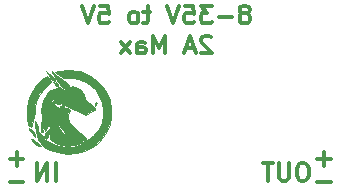
<source format=gbo>
G04 #@! TF.GenerationSoftware,KiCad,Pcbnew,(5.0.0)*
G04 #@! TF.CreationDate,2019-06-11T23:30:22+02:00*
G04 #@! TF.ProjectId,5v-step-down,35762D737465702D646F776E2E6B6963,rev?*
G04 #@! TF.SameCoordinates,Original*
G04 #@! TF.FileFunction,Legend,Bot*
G04 #@! TF.FilePolarity,Positive*
%FSLAX46Y46*%
G04 Gerber Fmt 4.6, Leading zero omitted, Abs format (unit mm)*
G04 Created by KiCad (PCBNEW (5.0.0)) date 06/11/19 23:30:22*
%MOMM*%
%LPD*%
G01*
G04 APERTURE LIST*
%ADD10C,0.300000*%
%ADD11C,0.010000*%
%ADD12C,0.150000*%
G04 APERTURE END LIST*
D10*
X111100714Y-67266428D02*
X111029285Y-67195000D01*
X110886428Y-67123571D01*
X110529285Y-67123571D01*
X110386428Y-67195000D01*
X110315000Y-67266428D01*
X110243571Y-67409285D01*
X110243571Y-67552142D01*
X110315000Y-67766428D01*
X111172142Y-68623571D01*
X110243571Y-68623571D01*
X109672142Y-68195000D02*
X108957857Y-68195000D01*
X109815000Y-68623571D02*
X109315000Y-67123571D01*
X108815000Y-68623571D01*
X107172142Y-68623571D02*
X107172142Y-67123571D01*
X106672142Y-68195000D01*
X106172142Y-67123571D01*
X106172142Y-68623571D01*
X104815000Y-68623571D02*
X104815000Y-67837857D01*
X104886428Y-67695000D01*
X105029285Y-67623571D01*
X105315000Y-67623571D01*
X105457857Y-67695000D01*
X104815000Y-68552142D02*
X104957857Y-68623571D01*
X105315000Y-68623571D01*
X105457857Y-68552142D01*
X105529285Y-68409285D01*
X105529285Y-68266428D01*
X105457857Y-68123571D01*
X105315000Y-68052142D01*
X104957857Y-68052142D01*
X104815000Y-67980714D01*
X104243571Y-68623571D02*
X103457857Y-67623571D01*
X104243571Y-67623571D02*
X103457857Y-68623571D01*
X114065000Y-65226428D02*
X114207857Y-65155000D01*
X114279285Y-65083571D01*
X114350714Y-64940714D01*
X114350714Y-64869285D01*
X114279285Y-64726428D01*
X114207857Y-64655000D01*
X114065000Y-64583571D01*
X113779285Y-64583571D01*
X113636428Y-64655000D01*
X113565000Y-64726428D01*
X113493571Y-64869285D01*
X113493571Y-64940714D01*
X113565000Y-65083571D01*
X113636428Y-65155000D01*
X113779285Y-65226428D01*
X114065000Y-65226428D01*
X114207857Y-65297857D01*
X114279285Y-65369285D01*
X114350714Y-65512142D01*
X114350714Y-65797857D01*
X114279285Y-65940714D01*
X114207857Y-66012142D01*
X114065000Y-66083571D01*
X113779285Y-66083571D01*
X113636428Y-66012142D01*
X113565000Y-65940714D01*
X113493571Y-65797857D01*
X113493571Y-65512142D01*
X113565000Y-65369285D01*
X113636428Y-65297857D01*
X113779285Y-65226428D01*
X112850714Y-65512142D02*
X111707857Y-65512142D01*
X111136428Y-64583571D02*
X110207857Y-64583571D01*
X110707857Y-65155000D01*
X110493571Y-65155000D01*
X110350714Y-65226428D01*
X110279285Y-65297857D01*
X110207857Y-65440714D01*
X110207857Y-65797857D01*
X110279285Y-65940714D01*
X110350714Y-66012142D01*
X110493571Y-66083571D01*
X110922142Y-66083571D01*
X111065000Y-66012142D01*
X111136428Y-65940714D01*
X108850714Y-64583571D02*
X109565000Y-64583571D01*
X109636428Y-65297857D01*
X109565000Y-65226428D01*
X109422142Y-65155000D01*
X109065000Y-65155000D01*
X108922142Y-65226428D01*
X108850714Y-65297857D01*
X108779285Y-65440714D01*
X108779285Y-65797857D01*
X108850714Y-65940714D01*
X108922142Y-66012142D01*
X109065000Y-66083571D01*
X109422142Y-66083571D01*
X109565000Y-66012142D01*
X109636428Y-65940714D01*
X108350714Y-64583571D02*
X107850714Y-66083571D01*
X107350714Y-64583571D01*
X105922142Y-65083571D02*
X105350714Y-65083571D01*
X105707857Y-64583571D02*
X105707857Y-65869285D01*
X105636428Y-66012142D01*
X105493571Y-66083571D01*
X105350714Y-66083571D01*
X104636428Y-66083571D02*
X104779285Y-66012142D01*
X104850714Y-65940714D01*
X104922142Y-65797857D01*
X104922142Y-65369285D01*
X104850714Y-65226428D01*
X104779285Y-65155000D01*
X104636428Y-65083571D01*
X104422142Y-65083571D01*
X104279285Y-65155000D01*
X104207857Y-65226428D01*
X104136428Y-65369285D01*
X104136428Y-65797857D01*
X104207857Y-65940714D01*
X104279285Y-66012142D01*
X104422142Y-66083571D01*
X104636428Y-66083571D01*
X101636428Y-64583571D02*
X102350714Y-64583571D01*
X102422142Y-65297857D01*
X102350714Y-65226428D01*
X102207857Y-65155000D01*
X101850714Y-65155000D01*
X101707857Y-65226428D01*
X101636428Y-65297857D01*
X101565000Y-65440714D01*
X101565000Y-65797857D01*
X101636428Y-65940714D01*
X101707857Y-66012142D01*
X101850714Y-66083571D01*
X102207857Y-66083571D01*
X102350714Y-66012142D01*
X102422142Y-65940714D01*
X101136428Y-64583571D02*
X100636428Y-66083571D01*
X100136428Y-64583571D01*
X97940714Y-79418571D02*
X97940714Y-77918571D01*
X97226428Y-79418571D02*
X97226428Y-77918571D01*
X96369285Y-79418571D01*
X96369285Y-77918571D01*
X118975000Y-77918571D02*
X118689285Y-77918571D01*
X118546428Y-77990000D01*
X118403571Y-78132857D01*
X118332142Y-78418571D01*
X118332142Y-78918571D01*
X118403571Y-79204285D01*
X118546428Y-79347142D01*
X118689285Y-79418571D01*
X118975000Y-79418571D01*
X119117857Y-79347142D01*
X119260714Y-79204285D01*
X119332142Y-78918571D01*
X119332142Y-78418571D01*
X119260714Y-78132857D01*
X119117857Y-77990000D01*
X118975000Y-77918571D01*
X117689285Y-77918571D02*
X117689285Y-79132857D01*
X117617857Y-79275714D01*
X117546428Y-79347142D01*
X117403571Y-79418571D01*
X117117857Y-79418571D01*
X116975000Y-79347142D01*
X116903571Y-79275714D01*
X116832142Y-79132857D01*
X116832142Y-77918571D01*
X116332142Y-77918571D02*
X115475000Y-77918571D01*
X115903571Y-79418571D02*
X115903571Y-77918571D01*
X120078571Y-77577142D02*
X121221428Y-77577142D01*
X120650000Y-78148571D02*
X120650000Y-77005714D01*
X94043571Y-77577142D02*
X95186428Y-77577142D01*
X94615000Y-78148571D02*
X94615000Y-77005714D01*
X94043571Y-79482142D02*
X95186428Y-79482142D01*
X120078571Y-79482142D02*
X121221428Y-79482142D01*
D11*
G04 #@! TO.C,*
G36*
X97259670Y-70330344D02*
X97427638Y-70593277D01*
X97539291Y-70754031D01*
X97614886Y-70834220D01*
X97674678Y-70855457D01*
X97737269Y-70839976D01*
X97817873Y-70819976D01*
X97791091Y-70876992D01*
X97759254Y-70917148D01*
X97707787Y-71014437D01*
X97736764Y-71039943D01*
X97842986Y-70986274D01*
X97863630Y-70959898D01*
X97857452Y-70841756D01*
X97751386Y-70669675D01*
X97566098Y-70471285D01*
X97384935Y-70319858D01*
X97133267Y-70130201D01*
X97259670Y-70330344D01*
X97259670Y-70330344D01*
G37*
X97259670Y-70330344D02*
X97427638Y-70593277D01*
X97539291Y-70754031D01*
X97614886Y-70834220D01*
X97674678Y-70855457D01*
X97737269Y-70839976D01*
X97817873Y-70819976D01*
X97791091Y-70876992D01*
X97759254Y-70917148D01*
X97707787Y-71014437D01*
X97736764Y-71039943D01*
X97842986Y-70986274D01*
X97863630Y-70959898D01*
X97857452Y-70841756D01*
X97751386Y-70669675D01*
X97566098Y-70471285D01*
X97384935Y-70319858D01*
X97133267Y-70130201D01*
X97259670Y-70330344D01*
G36*
X97871812Y-71081541D02*
X97796980Y-71139160D01*
X97831400Y-71244579D01*
X97843682Y-71264753D01*
X97963273Y-71381606D01*
X98085248Y-71395343D01*
X98139508Y-71348453D01*
X98134431Y-71242908D01*
X98046061Y-71135028D01*
X97926261Y-71076522D01*
X97871812Y-71081541D01*
X97871812Y-71081541D01*
G37*
X97871812Y-71081541D02*
X97796980Y-71139160D01*
X97831400Y-71244579D01*
X97843682Y-71264753D01*
X97963273Y-71381606D01*
X98085248Y-71395343D01*
X98139508Y-71348453D01*
X98134431Y-71242908D01*
X98046061Y-71135028D01*
X97926261Y-71076522D01*
X97871812Y-71081541D01*
G36*
X97568818Y-70105146D02*
X97593538Y-70174442D01*
X97683482Y-70339349D01*
X97823804Y-70573926D01*
X97970576Y-70807126D01*
X98207803Y-71157139D01*
X98404204Y-71394706D01*
X98581775Y-71538681D01*
X98762515Y-71607921D01*
X98921463Y-71622178D01*
X99059891Y-71572032D01*
X99107500Y-71510298D01*
X99089115Y-71363416D01*
X98947604Y-71181196D01*
X98696137Y-70979389D01*
X98623323Y-70931344D01*
X98434533Y-70796066D01*
X98195346Y-70604791D01*
X97983668Y-70422034D01*
X97791412Y-70256144D01*
X97644068Y-70142696D01*
X97570909Y-70104052D01*
X97568818Y-70105146D01*
X97568818Y-70105146D01*
G37*
X97568818Y-70105146D02*
X97593538Y-70174442D01*
X97683482Y-70339349D01*
X97823804Y-70573926D01*
X97970576Y-70807126D01*
X98207803Y-71157139D01*
X98404204Y-71394706D01*
X98581775Y-71538681D01*
X98762515Y-71607921D01*
X98921463Y-71622178D01*
X99059891Y-71572032D01*
X99107500Y-71510298D01*
X99089115Y-71363416D01*
X98947604Y-71181196D01*
X98696137Y-70979389D01*
X98623323Y-70931344D01*
X98434533Y-70796066D01*
X98195346Y-70604791D01*
X97983668Y-70422034D01*
X97791412Y-70256144D01*
X97644068Y-70142696D01*
X97570909Y-70104052D01*
X97568818Y-70105146D01*
G36*
X97800801Y-72656796D02*
X97708418Y-72679609D01*
X97723517Y-72719059D01*
X97857207Y-72798021D01*
X97873721Y-72806925D01*
X98104457Y-72911594D01*
X98230723Y-72920074D01*
X98259427Y-72861988D01*
X98196475Y-72766621D01*
X98046382Y-72688305D01*
X97867287Y-72653052D01*
X97800801Y-72656796D01*
X97800801Y-72656796D01*
G37*
X97800801Y-72656796D02*
X97708418Y-72679609D01*
X97723517Y-72719059D01*
X97857207Y-72798021D01*
X97873721Y-72806925D01*
X98104457Y-72911594D01*
X98230723Y-72920074D01*
X98259427Y-72861988D01*
X98196475Y-72766621D01*
X98046382Y-72688305D01*
X97867287Y-72653052D01*
X97800801Y-72656796D01*
G36*
X101260311Y-72859363D02*
X101216454Y-72985445D01*
X101239631Y-73039059D01*
X101309348Y-73013651D01*
X101353955Y-72927779D01*
X101382229Y-72781066D01*
X101346218Y-72755707D01*
X101260311Y-72859363D01*
X101260311Y-72859363D01*
G37*
X101260311Y-72859363D02*
X101216454Y-72985445D01*
X101239631Y-73039059D01*
X101309348Y-73013651D01*
X101353955Y-72927779D01*
X101382229Y-72781066D01*
X101346218Y-72755707D01*
X101260311Y-72859363D01*
G36*
X98366951Y-73031212D02*
X98295816Y-73077765D01*
X98321240Y-73132055D01*
X98432785Y-73150545D01*
X98588579Y-73124318D01*
X98659713Y-73077765D01*
X98634289Y-73023476D01*
X98522745Y-73004986D01*
X98366951Y-73031212D01*
X98366951Y-73031212D01*
G37*
X98366951Y-73031212D02*
X98295816Y-73077765D01*
X98321240Y-73132055D01*
X98432785Y-73150545D01*
X98588579Y-73124318D01*
X98659713Y-73077765D01*
X98634289Y-73023476D01*
X98522745Y-73004986D01*
X98366951Y-73031212D01*
G36*
X97073968Y-70580499D02*
X96885854Y-70712343D01*
X96664080Y-70898735D01*
X96439983Y-71112391D01*
X96244900Y-71326025D01*
X96163865Y-71430079D01*
X95808224Y-72035132D01*
X95571986Y-72682001D01*
X95461891Y-73344395D01*
X95484679Y-73996023D01*
X95492656Y-74048207D01*
X95530891Y-74290646D01*
X95557472Y-74472281D01*
X95566040Y-74546349D01*
X95616655Y-74638158D01*
X95725489Y-74749988D01*
X95830078Y-74820482D01*
X95849182Y-74824470D01*
X95888284Y-74758656D01*
X95944153Y-74583931D01*
X96006323Y-74334373D01*
X96022440Y-74260430D01*
X96087882Y-73908820D01*
X96143209Y-73536320D01*
X96175519Y-73233827D01*
X96289320Y-72658772D01*
X96541963Y-72117965D01*
X96929034Y-71619862D01*
X97109529Y-71444372D01*
X97555171Y-71041089D01*
X97417683Y-70785788D01*
X97311322Y-70623642D01*
X97216591Y-70535701D01*
X97197082Y-70530488D01*
X97073968Y-70580499D01*
X97073968Y-70580499D01*
G37*
X97073968Y-70580499D02*
X96885854Y-70712343D01*
X96664080Y-70898735D01*
X96439983Y-71112391D01*
X96244900Y-71326025D01*
X96163865Y-71430079D01*
X95808224Y-72035132D01*
X95571986Y-72682001D01*
X95461891Y-73344395D01*
X95484679Y-73996023D01*
X95492656Y-74048207D01*
X95530891Y-74290646D01*
X95557472Y-74472281D01*
X95566040Y-74546349D01*
X95616655Y-74638158D01*
X95725489Y-74749988D01*
X95830078Y-74820482D01*
X95849182Y-74824470D01*
X95888284Y-74758656D01*
X95944153Y-74583931D01*
X96006323Y-74334373D01*
X96022440Y-74260430D01*
X96087882Y-73908820D01*
X96143209Y-73536320D01*
X96175519Y-73233827D01*
X96289320Y-72658772D01*
X96541963Y-72117965D01*
X96929034Y-71619862D01*
X97109529Y-71444372D01*
X97555171Y-71041089D01*
X97417683Y-70785788D01*
X97311322Y-70623642D01*
X97216591Y-70535701D01*
X97197082Y-70530488D01*
X97073968Y-70580499D01*
G36*
X96713785Y-74642654D02*
X96687758Y-74893787D01*
X96662458Y-75093380D01*
X96647454Y-75179270D01*
X96656096Y-75287339D01*
X96730216Y-75306819D01*
X96824002Y-75242940D01*
X96876171Y-75153155D01*
X96934843Y-74938517D01*
X96926307Y-74730938D01*
X96847723Y-74464270D01*
X96846438Y-74460706D01*
X96754552Y-74206110D01*
X96713785Y-74642654D01*
X96713785Y-74642654D01*
G37*
X96713785Y-74642654D02*
X96687758Y-74893787D01*
X96662458Y-75093380D01*
X96647454Y-75179270D01*
X96656096Y-75287339D01*
X96730216Y-75306819D01*
X96824002Y-75242940D01*
X96876171Y-75153155D01*
X96934843Y-74938517D01*
X96926307Y-74730938D01*
X96847723Y-74464270D01*
X96846438Y-74460706D01*
X96754552Y-74206110D01*
X96713785Y-74642654D01*
G36*
X95681418Y-75004522D02*
X95686596Y-75025733D01*
X95758393Y-75170013D01*
X95894712Y-75360318D01*
X95977835Y-75457983D01*
X96120917Y-75610516D01*
X96187591Y-75660548D01*
X96195818Y-75616406D01*
X96181231Y-75552264D01*
X96102168Y-75390028D01*
X95958279Y-75195081D01*
X95889991Y-75120014D01*
X95747576Y-74981820D01*
X95683642Y-74945915D01*
X95681418Y-75004522D01*
X95681418Y-75004522D01*
G37*
X95681418Y-75004522D02*
X95686596Y-75025733D01*
X95758393Y-75170013D01*
X95894712Y-75360318D01*
X95977835Y-75457983D01*
X96120917Y-75610516D01*
X96187591Y-75660548D01*
X96195818Y-75616406D01*
X96181231Y-75552264D01*
X96102168Y-75390028D01*
X95958279Y-75195081D01*
X95889991Y-75120014D01*
X95747576Y-74981820D01*
X95683642Y-74945915D01*
X95681418Y-75004522D01*
G36*
X97126609Y-75283752D02*
X96996632Y-75527248D01*
X96971884Y-75710598D01*
X97054103Y-75816660D01*
X97071834Y-75823578D01*
X97168900Y-75790716D01*
X97235588Y-75707030D01*
X97287817Y-75537248D01*
X97312906Y-75313797D01*
X97313295Y-75285426D01*
X97313295Y-75009019D01*
X97126609Y-75283752D01*
X97126609Y-75283752D01*
G37*
X97126609Y-75283752D02*
X96996632Y-75527248D01*
X96971884Y-75710598D01*
X97054103Y-75816660D01*
X97071834Y-75823578D01*
X97168900Y-75790716D01*
X97235588Y-75707030D01*
X97287817Y-75537248D01*
X97312906Y-75313797D01*
X97313295Y-75285426D01*
X97313295Y-75009019D01*
X97126609Y-75283752D01*
G36*
X99226545Y-71425969D02*
X99239972Y-71473422D01*
X99218448Y-71558263D01*
X99113995Y-71653725D01*
X98950870Y-71723355D01*
X98757324Y-71710765D01*
X98682877Y-71692066D01*
X98486926Y-71618454D01*
X98349938Y-71532809D01*
X98338985Y-71521177D01*
X98213243Y-71474256D01*
X98010430Y-71506155D01*
X97765818Y-71603143D01*
X97514679Y-71751487D01*
X97306548Y-71923135D01*
X97068442Y-72236082D01*
X96886607Y-72628035D01*
X96767988Y-73061303D01*
X96719527Y-73498190D01*
X96748167Y-73901005D01*
X96860852Y-74232052D01*
X96876346Y-74258671D01*
X96992687Y-74565859D01*
X97024484Y-74860860D01*
X97028602Y-75070784D01*
X97043734Y-75153439D01*
X97080622Y-75127117D01*
X97131346Y-75042808D01*
X97210008Y-74863683D01*
X97237936Y-74733496D01*
X97272982Y-74625393D01*
X97309997Y-74606132D01*
X97374651Y-74672215D01*
X97421870Y-74844673D01*
X97446254Y-75084823D01*
X97442404Y-75353979D01*
X97430579Y-75470096D01*
X97411802Y-75695272D01*
X97440835Y-75837270D01*
X97531813Y-75954518D01*
X97552566Y-75974420D01*
X97782058Y-76126293D01*
X98107208Y-76261379D01*
X98478121Y-76363996D01*
X98844901Y-76418458D01*
X98980419Y-76423241D01*
X99298739Y-76395999D01*
X99633015Y-76329880D01*
X99760715Y-76291873D01*
X100051165Y-76176722D01*
X100294578Y-76053101D01*
X100459694Y-75939010D01*
X100515587Y-75857163D01*
X100464416Y-75775761D01*
X100330592Y-75629602D01*
X100299640Y-75599314D01*
X98822925Y-75599314D01*
X98805650Y-75620970D01*
X98760818Y-75610577D01*
X98660940Y-75536662D01*
X98517324Y-75384656D01*
X98429289Y-75275979D01*
X98210708Y-74926992D01*
X98037497Y-74529465D01*
X97929668Y-74137451D01*
X97904090Y-73857414D01*
X97912650Y-73550831D01*
X97968260Y-73878339D01*
X98122767Y-74431275D01*
X98401091Y-74962273D01*
X98500347Y-75107750D01*
X98680512Y-75362471D01*
X98784625Y-75519737D01*
X98822925Y-75599314D01*
X100299640Y-75599314D01*
X100143649Y-75446672D01*
X99933121Y-75254959D01*
X99728540Y-75082449D01*
X99581178Y-74971681D01*
X99273291Y-74706330D01*
X99057070Y-74406885D01*
X98942795Y-74098923D01*
X98940748Y-73808019D01*
X99029927Y-73600288D01*
X99103023Y-73432744D01*
X99048309Y-73315788D01*
X98861982Y-73246584D01*
X98540239Y-73222290D01*
X98523438Y-73222210D01*
X98225260Y-73206281D01*
X98011559Y-73164448D01*
X97903067Y-73103141D01*
X97915401Y-73033634D01*
X97900722Y-72966990D01*
X97811268Y-72902313D01*
X97661536Y-72793652D01*
X97557662Y-72662119D01*
X97532032Y-72552905D01*
X97544965Y-72530718D01*
X97655169Y-72506783D01*
X97840667Y-72533991D01*
X98046865Y-72597790D01*
X98219168Y-72683625D01*
X98269397Y-72723839D01*
X98405811Y-72826847D01*
X98500015Y-72859427D01*
X98615295Y-72900009D01*
X98784985Y-73001026D01*
X98835904Y-73037128D01*
X99006635Y-73142866D01*
X99269465Y-73282392D01*
X99581987Y-73433851D01*
X99774114Y-73520662D01*
X100471464Y-73826497D01*
X100780551Y-73662526D01*
X100993073Y-73535639D01*
X101164694Y-73408980D01*
X101208366Y-73367364D01*
X101261145Y-73294509D01*
X101255296Y-73227187D01*
X101172257Y-73140637D01*
X100993468Y-73010097D01*
X100884950Y-72935919D01*
X100662919Y-72769051D01*
X100505240Y-72619178D01*
X100441408Y-72514545D01*
X100441209Y-72511014D01*
X100418722Y-72406471D01*
X100078911Y-72406471D01*
X100065456Y-72479242D01*
X100000232Y-72449167D01*
X99951547Y-72408704D01*
X99785144Y-72296348D01*
X99686402Y-72250152D01*
X99593977Y-72192856D01*
X99593094Y-72156514D01*
X99692872Y-72144826D01*
X99844898Y-72198770D01*
X99991432Y-72288639D01*
X100074732Y-72384723D01*
X100078911Y-72406471D01*
X100418722Y-72406471D01*
X100411245Y-72371713D01*
X100337575Y-72166333D01*
X100298249Y-72074905D01*
X100180543Y-71868088D01*
X100022698Y-71720566D01*
X99774314Y-71585341D01*
X99772197Y-71584355D01*
X99487348Y-71463223D01*
X99302147Y-71409736D01*
X99226545Y-71425969D01*
X99226545Y-71425969D01*
G37*
X99226545Y-71425969D02*
X99239972Y-71473422D01*
X99218448Y-71558263D01*
X99113995Y-71653725D01*
X98950870Y-71723355D01*
X98757324Y-71710765D01*
X98682877Y-71692066D01*
X98486926Y-71618454D01*
X98349938Y-71532809D01*
X98338985Y-71521177D01*
X98213243Y-71474256D01*
X98010430Y-71506155D01*
X97765818Y-71603143D01*
X97514679Y-71751487D01*
X97306548Y-71923135D01*
X97068442Y-72236082D01*
X96886607Y-72628035D01*
X96767988Y-73061303D01*
X96719527Y-73498190D01*
X96748167Y-73901005D01*
X96860852Y-74232052D01*
X96876346Y-74258671D01*
X96992687Y-74565859D01*
X97024484Y-74860860D01*
X97028602Y-75070784D01*
X97043734Y-75153439D01*
X97080622Y-75127117D01*
X97131346Y-75042808D01*
X97210008Y-74863683D01*
X97237936Y-74733496D01*
X97272982Y-74625393D01*
X97309997Y-74606132D01*
X97374651Y-74672215D01*
X97421870Y-74844673D01*
X97446254Y-75084823D01*
X97442404Y-75353979D01*
X97430579Y-75470096D01*
X97411802Y-75695272D01*
X97440835Y-75837270D01*
X97531813Y-75954518D01*
X97552566Y-75974420D01*
X97782058Y-76126293D01*
X98107208Y-76261379D01*
X98478121Y-76363996D01*
X98844901Y-76418458D01*
X98980419Y-76423241D01*
X99298739Y-76395999D01*
X99633015Y-76329880D01*
X99760715Y-76291873D01*
X100051165Y-76176722D01*
X100294578Y-76053101D01*
X100459694Y-75939010D01*
X100515587Y-75857163D01*
X100464416Y-75775761D01*
X100330592Y-75629602D01*
X100299640Y-75599314D01*
X98822925Y-75599314D01*
X98805650Y-75620970D01*
X98760818Y-75610577D01*
X98660940Y-75536662D01*
X98517324Y-75384656D01*
X98429289Y-75275979D01*
X98210708Y-74926992D01*
X98037497Y-74529465D01*
X97929668Y-74137451D01*
X97904090Y-73857414D01*
X97912650Y-73550831D01*
X97968260Y-73878339D01*
X98122767Y-74431275D01*
X98401091Y-74962273D01*
X98500347Y-75107750D01*
X98680512Y-75362471D01*
X98784625Y-75519737D01*
X98822925Y-75599314D01*
X100299640Y-75599314D01*
X100143649Y-75446672D01*
X99933121Y-75254959D01*
X99728540Y-75082449D01*
X99581178Y-74971681D01*
X99273291Y-74706330D01*
X99057070Y-74406885D01*
X98942795Y-74098923D01*
X98940748Y-73808019D01*
X99029927Y-73600288D01*
X99103023Y-73432744D01*
X99048309Y-73315788D01*
X98861982Y-73246584D01*
X98540239Y-73222290D01*
X98523438Y-73222210D01*
X98225260Y-73206281D01*
X98011559Y-73164448D01*
X97903067Y-73103141D01*
X97915401Y-73033634D01*
X97900722Y-72966990D01*
X97811268Y-72902313D01*
X97661536Y-72793652D01*
X97557662Y-72662119D01*
X97532032Y-72552905D01*
X97544965Y-72530718D01*
X97655169Y-72506783D01*
X97840667Y-72533991D01*
X98046865Y-72597790D01*
X98219168Y-72683625D01*
X98269397Y-72723839D01*
X98405811Y-72826847D01*
X98500015Y-72859427D01*
X98615295Y-72900009D01*
X98784985Y-73001026D01*
X98835904Y-73037128D01*
X99006635Y-73142866D01*
X99269465Y-73282392D01*
X99581987Y-73433851D01*
X99774114Y-73520662D01*
X100471464Y-73826497D01*
X100780551Y-73662526D01*
X100993073Y-73535639D01*
X101164694Y-73408980D01*
X101208366Y-73367364D01*
X101261145Y-73294509D01*
X101255296Y-73227187D01*
X101172257Y-73140637D01*
X100993468Y-73010097D01*
X100884950Y-72935919D01*
X100662919Y-72769051D01*
X100505240Y-72619178D01*
X100441408Y-72514545D01*
X100441209Y-72511014D01*
X100418722Y-72406471D01*
X100078911Y-72406471D01*
X100065456Y-72479242D01*
X100000232Y-72449167D01*
X99951547Y-72408704D01*
X99785144Y-72296348D01*
X99686402Y-72250152D01*
X99593977Y-72192856D01*
X99593094Y-72156514D01*
X99692872Y-72144826D01*
X99844898Y-72198770D01*
X99991432Y-72288639D01*
X100074732Y-72384723D01*
X100078911Y-72406471D01*
X100418722Y-72406471D01*
X100411245Y-72371713D01*
X100337575Y-72166333D01*
X100298249Y-72074905D01*
X100180543Y-71868088D01*
X100022698Y-71720566D01*
X99774314Y-71585341D01*
X99772197Y-71584355D01*
X99487348Y-71463223D01*
X99302147Y-71409736D01*
X99226545Y-71425969D01*
G36*
X95875272Y-75945576D02*
X96017566Y-76134583D01*
X96020232Y-76137839D01*
X96175922Y-76290432D01*
X96352024Y-76410554D01*
X96513831Y-76481937D01*
X96626635Y-76488312D01*
X96658280Y-76436896D01*
X96608153Y-76345364D01*
X96450844Y-76208812D01*
X96175966Y-76018580D01*
X96089420Y-75962744D01*
X95910591Y-75861197D01*
X95839411Y-75854961D01*
X95875272Y-75945576D01*
X95875272Y-75945576D01*
G37*
X95875272Y-75945576D02*
X96017566Y-76134583D01*
X96020232Y-76137839D01*
X96175922Y-76290432D01*
X96352024Y-76410554D01*
X96513831Y-76481937D01*
X96626635Y-76488312D01*
X96658280Y-76436896D01*
X96608153Y-76345364D01*
X96450844Y-76208812D01*
X96175966Y-76018580D01*
X96089420Y-75962744D01*
X95910591Y-75861197D01*
X95839411Y-75854961D01*
X95875272Y-75945576D01*
G36*
X98422253Y-70064419D02*
X98154605Y-70118711D01*
X97867835Y-70205204D01*
X98173611Y-70447383D01*
X98330431Y-70564479D01*
X98468086Y-70637110D01*
X98629809Y-70676915D01*
X98858835Y-70695534D01*
X99123376Y-70703078D01*
X99457915Y-70716098D01*
X99707141Y-70748084D01*
X99931227Y-70813432D01*
X100190349Y-70926539D01*
X100318670Y-70989063D01*
X100861606Y-71330474D01*
X101298930Y-71754655D01*
X101627824Y-72243437D01*
X101845473Y-72778648D01*
X101949058Y-73342117D01*
X101935763Y-73915672D01*
X101802770Y-74481143D01*
X101547264Y-75020358D01*
X101166426Y-75515146D01*
X101039785Y-75640601D01*
X100506469Y-76059477D01*
X99940549Y-76355980D01*
X99358591Y-76525235D01*
X98777164Y-76562371D01*
X98228699Y-76467352D01*
X97843264Y-76333715D01*
X97483880Y-76177145D01*
X97177828Y-76012606D01*
X96952391Y-75855064D01*
X96834853Y-75719482D01*
X96827287Y-75698665D01*
X96733961Y-75518275D01*
X96607971Y-75382753D01*
X96489912Y-75261060D01*
X96450856Y-75163573D01*
X96437518Y-75053797D01*
X96388501Y-74852911D01*
X96326212Y-74642522D01*
X96250974Y-74413618D01*
X96206414Y-74310535D01*
X96181449Y-74319654D01*
X96164995Y-74427357D01*
X96163442Y-74442519D01*
X96166877Y-74768473D01*
X96224426Y-75156942D01*
X96323153Y-75555113D01*
X96450118Y-75910173D01*
X96583539Y-76157274D01*
X96744202Y-76358843D01*
X96915944Y-76513980D01*
X97132994Y-76644003D01*
X97429577Y-76770230D01*
X97749971Y-76883773D01*
X98372299Y-77045419D01*
X98989634Y-77114736D01*
X99555550Y-77086918D01*
X99617003Y-77076965D01*
X100311556Y-76887659D01*
X100930837Y-76585974D01*
X101467039Y-76186732D01*
X101912353Y-75704754D01*
X102258971Y-75154862D01*
X102499087Y-74551877D01*
X102624891Y-73910620D01*
X102628577Y-73245913D01*
X102502335Y-72572578D01*
X102288032Y-72006619D01*
X101966443Y-71484366D01*
X101528825Y-71008069D01*
X101002839Y-70600440D01*
X100416149Y-70284190D01*
X100011117Y-70137143D01*
X99670050Y-70069543D01*
X99254163Y-70034519D01*
X98819536Y-70032625D01*
X98422253Y-70064419D01*
X98422253Y-70064419D01*
G37*
X98422253Y-70064419D02*
X98154605Y-70118711D01*
X97867835Y-70205204D01*
X98173611Y-70447383D01*
X98330431Y-70564479D01*
X98468086Y-70637110D01*
X98629809Y-70676915D01*
X98858835Y-70695534D01*
X99123376Y-70703078D01*
X99457915Y-70716098D01*
X99707141Y-70748084D01*
X99931227Y-70813432D01*
X100190349Y-70926539D01*
X100318670Y-70989063D01*
X100861606Y-71330474D01*
X101298930Y-71754655D01*
X101627824Y-72243437D01*
X101845473Y-72778648D01*
X101949058Y-73342117D01*
X101935763Y-73915672D01*
X101802770Y-74481143D01*
X101547264Y-75020358D01*
X101166426Y-75515146D01*
X101039785Y-75640601D01*
X100506469Y-76059477D01*
X99940549Y-76355980D01*
X99358591Y-76525235D01*
X98777164Y-76562371D01*
X98228699Y-76467352D01*
X97843264Y-76333715D01*
X97483880Y-76177145D01*
X97177828Y-76012606D01*
X96952391Y-75855064D01*
X96834853Y-75719482D01*
X96827287Y-75698665D01*
X96733961Y-75518275D01*
X96607971Y-75382753D01*
X96489912Y-75261060D01*
X96450856Y-75163573D01*
X96437518Y-75053797D01*
X96388501Y-74852911D01*
X96326212Y-74642522D01*
X96250974Y-74413618D01*
X96206414Y-74310535D01*
X96181449Y-74319654D01*
X96164995Y-74427357D01*
X96163442Y-74442519D01*
X96166877Y-74768473D01*
X96224426Y-75156942D01*
X96323153Y-75555113D01*
X96450118Y-75910173D01*
X96583539Y-76157274D01*
X96744202Y-76358843D01*
X96915944Y-76513980D01*
X97132994Y-76644003D01*
X97429577Y-76770230D01*
X97749971Y-76883773D01*
X98372299Y-77045419D01*
X98989634Y-77114736D01*
X99555550Y-77086918D01*
X99617003Y-77076965D01*
X100311556Y-76887659D01*
X100930837Y-76585974D01*
X101467039Y-76186732D01*
X101912353Y-75704754D01*
X102258971Y-75154862D01*
X102499087Y-74551877D01*
X102624891Y-73910620D01*
X102628577Y-73245913D01*
X102502335Y-72572578D01*
X102288032Y-72006619D01*
X101966443Y-71484366D01*
X101528825Y-71008069D01*
X101002839Y-70600440D01*
X100416149Y-70284190D01*
X100011117Y-70137143D01*
X99670050Y-70069543D01*
X99254163Y-70034519D01*
X98819536Y-70032625D01*
X98422253Y-70064419D01*
D12*
G04 #@! TD*
M02*

</source>
